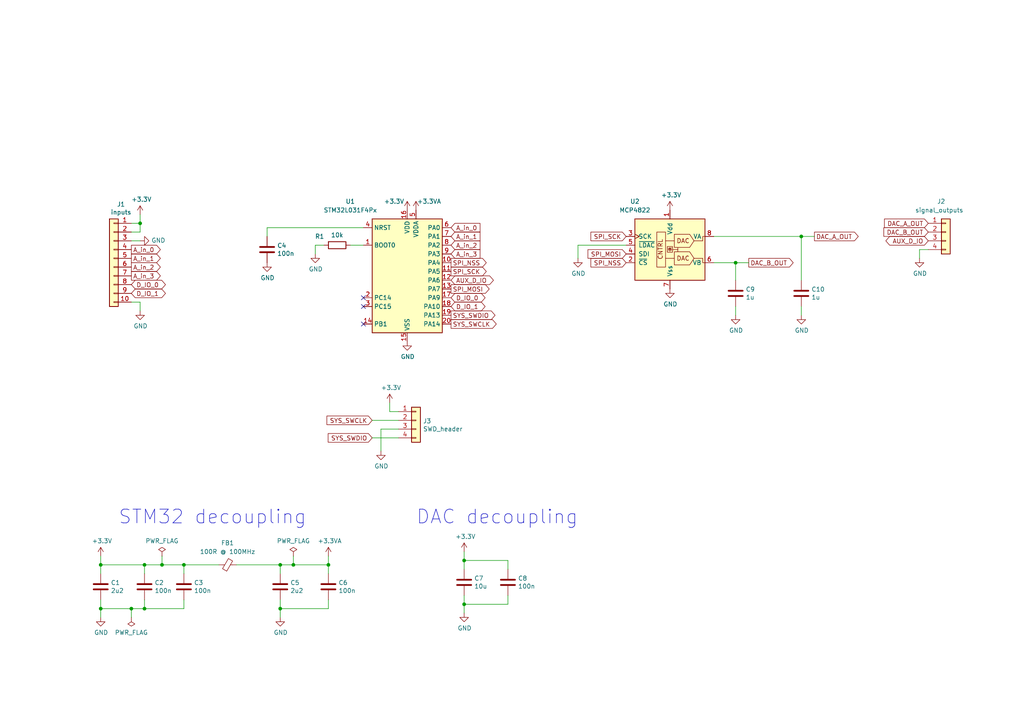
<source format=kicad_sch>
(kicad_sch (version 20211123) (generator eeschema)
  (paper "A4")
  (title_block (title "STM32L0 Modulation Source") (date "2022-01-15") (rev "0.1") (comment 1 "creativecommons.org/licences/by/4.0/") (comment 2 "Licence: CC by 4.0") (comment 3 "Author: Jordan Aceto"))
  (lib_symbols
    (symbol "Analog_DAC:MCP4822" (pin_names (offset 1.016))
      (property "Reference" "U" (at -2.54 10.795 0))
      (property "Value" "MCP4822" (at -2.54 8.89 0))
      (symbol "MCP4822_0_0"
        (polyline (pts (xy 0 -1.778) (xy 0 -0.635)))
        (polyline (pts (xy 0.381 -0.889) (xy 0.508 -0.762)))
        (polyline (pts (xy 2.286 -1.143) (xy 2.286 -1.905)))
        (polyline (pts (xy 0.381 -0.889) (xy -0.381 -0.889) (xy -0.508 -1.016)))
        (polyline (pts (xy 0.762 -1.27) (xy 2.286 -1.27) (xy 2.286 -0.762)))
        (polyline (pts (xy 0 -0.889) (xy 0.508 -1.397) (xy -0.508 -1.397) (xy 0 -0.889)))
        (polyline (pts (xy 6.985 -3.81) (xy 9.525 -3.81) (xy 9.525 -5.08) (xy 10.16 -5.08)))
        (polyline (pts (xy 6.985 1.27) (xy 9.525 1.27) (xy 9.525 2.54) (xy 10.16 2.54)))
        (rectangle (start 0.762 -0.381) (end -0.762 -2.032))
        (text "CNTRL" (at -2.032 -4.191 900) (effects (font (size 1.27 1.27)) (justify left bottom)))
        (text "DAC" (at 3.81 -3.81 0) (effects (font (size 1.27 1.27))))
        (text "DAC" (at 3.81 1.27 0) (effects (font (size 1.27 1.27))))
      )
      (symbol "MCP4822_0_1"
        (rectangle (start -10.16 7.62) (end 10.16 -10.16) (stroke (width 0.254)) (fill (type background)))
        (rectangle (start -1.27 -6.35) (end -3.81 3.81))
        (polyline (pts (xy 1.27 -3.81) (xy -1.27 -3.81)))
        (polyline (pts (xy 1.27 1.27) (xy -1.27 1.27)))
        (polyline (pts (xy 6.985 -3.81) (xy 5.715 -1.905) (xy 1.27 -1.905) (xy 1.27 -5.715) (xy 5.715 -5.715) (xy 6.985 -3.81)))
        (polyline (pts (xy 6.985 1.27) (xy 5.715 3.175) (xy 1.27 3.175) (xy 1.27 -0.635) (xy 5.715 -0.635) (xy 6.985 1.27)))
      )
      (symbol "MCP4822_1_1"
        (pin power_in line (at 0 10.16 270) (length 2.54) (name "Vdd") (number "1"))
        (pin input line (at -12.7 -5.08 0) (length 2.54) (name "~{CS}") (number "2"))
        (pin input clock (at -12.7 2.54 0) (length 2.54) (name "SCK") (number "3"))
        (pin input line (at -12.7 -2.54 0) (length 2.54) (name "SDI") (number "4"))
        (pin input line (at -12.7 0 0) (length 2.54) (name "~{LDAC}") (number "5"))
        (pin output line (at 12.7 -5.08 180) (length 2.54) (name "VB") (number "6"))
        (pin power_in line (at 0 -12.7 90) (length 2.54) (name "Vss") (number "7"))
        (pin output line (at 12.7 2.54 180) (length 2.54) (name "VA") (number "8"))
      )
    )
    (symbol "Connector_Generic:Conn_01x04" (pin_names (offset 1.016) hide)
      (property "Reference" "J" (at 0 5.08 0))
      (property "Value" "Conn_01x04" (at 0 -7.62 0))
      (symbol "Conn_01x04_1_1"
        (rectangle (start -1.27 -4.953) (end 0 -5.207) (stroke (width 0.1524)))
        (rectangle (start -1.27 -2.413) (end 0 -2.667) (stroke (width 0.1524)))
        (rectangle (start -1.27 0.127) (end 0 -0.127) (stroke (width 0.1524)))
        (rectangle (start -1.27 2.667) (end 0 2.413) (stroke (width 0.1524)))
        (rectangle (start -1.27 3.81) (end 1.27 -6.35) (stroke (width 0.254)) (fill (type background)))
        (pin passive line (at -5.08 2.54 0) (length 3.81) (name "Pin_1") (number "1"))
        (pin passive line (at -5.08 0 0) (length 3.81) (name "Pin_2") (number "2"))
        (pin passive line (at -5.08 -2.54 0) (length 3.81) (name "Pin_3") (number "3"))
        (pin passive line (at -5.08 -5.08 0) (length 3.81) (name "Pin_4") (number "4"))
      )
    )
    (symbol "Connector_Generic:Conn_01x10" (pin_names (offset 1.016) hide)
      (property "Reference" "J" (at 0 12.7 0))
      (property "Value" "Conn_01x10" (at 0 -15.24 0))
      (symbol "Conn_01x10_1_1"
        (rectangle (start -1.27 -12.573) (end 0 -12.827) (stroke (width 0.1524)))
        (rectangle (start -1.27 -10.033) (end 0 -10.287) (stroke (width 0.1524)))
        (rectangle (start -1.27 -7.493) (end 0 -7.747) (stroke (width 0.1524)))
        (rectangle (start -1.27 -4.953) (end 0 -5.207) (stroke (width 0.1524)))
        (rectangle (start -1.27 -2.413) (end 0 -2.667) (stroke (width 0.1524)))
        (rectangle (start -1.27 0.127) (end 0 -0.127) (stroke (width 0.1524)))
        (rectangle (start -1.27 2.667) (end 0 2.413) (stroke (width 0.1524)))
        (rectangle (start -1.27 5.207) (end 0 4.953) (stroke (width 0.1524)))
        (rectangle (start -1.27 7.747) (end 0 7.493) (stroke (width 0.1524)))
        (rectangle (start -1.27 10.287) (end 0 10.033) (stroke (width 0.1524)))
        (rectangle (start -1.27 11.43) (end 1.27 -13.97) (stroke (width 0.254)) (fill (type background)))
        (pin passive line (at -5.08 10.16 0) (length 3.81) (name "Pin_1") (number "1"))
        (pin passive line (at -5.08 -12.7 0) (length 3.81) (name "Pin_10") (number "10"))
        (pin passive line (at -5.08 7.62 0) (length 3.81) (name "Pin_2") (number "2"))
        (pin passive line (at -5.08 5.08 0) (length 3.81) (name "Pin_3") (number "3"))
        (pin passive line (at -5.08 2.54 0) (length 3.81) (name "Pin_4") (number "4"))
        (pin passive line (at -5.08 0 0) (length 3.81) (name "Pin_5") (number "5"))
        (pin passive line (at -5.08 -2.54 0) (length 3.81) (name "Pin_6") (number "6"))
        (pin passive line (at -5.08 -5.08 0) (length 3.81) (name "Pin_7") (number "7"))
        (pin passive line (at -5.08 -7.62 0) (length 3.81) (name "Pin_8") (number "8"))
        (pin passive line (at -5.08 -10.16 0) (length 3.81) (name "Pin_9") (number "9"))
      )
    )
    (symbol "Device:C" (pin_numbers hide) (pin_names (offset 0.254))
      (property "Reference" "C" (at 0.635 2.54 0))
      (property "Value" "C" (at 0.635 -2.54 0))
      (symbol "C_0_1"
        (polyline (pts (xy -2.032 -0.762) (xy 2.032 -0.762)) (stroke (width 0.508)))
        (polyline (pts (xy -2.032 0.762) (xy 2.032 0.762)) (stroke (width 0.508)))
      )
      (symbol "C_1_1"
        (pin passive line (at 0 3.81 270) (length 2.794) (name "~") (number "1"))
        (pin passive line (at 0 -3.81 90) (length 2.794) (name "~") (number "2"))
      )
    )
    (symbol "Device:FerriteBead_Small" (pin_numbers hide) (pin_names (offset 0))
      (property "Reference" "FB" (at 1.905 1.27 0))
      (property "Value" "FerriteBead_Small" (at 1.905 -1.27 0))
      (symbol "FerriteBead_Small_0_1"
        (polyline (pts (xy 0 -1.27) (xy 0 -0.7874)))
        (polyline (pts (xy 0 0.889) (xy 0 1.2954)))
        (polyline (pts (xy -1.8288 0.2794) (xy -1.1176 1.4986) (xy 1.8288 -0.2032) (xy 1.1176 -1.4224) (xy -1.8288 0.2794)))
      )
      (symbol "FerriteBead_Small_1_1"
        (pin passive line (at 0 2.54 270) (length 1.27) (name "~") (number "1"))
        (pin passive line (at 0 -2.54 90) (length 1.27) (name "~") (number "2"))
      )
    )
    (symbol "Device:R" (pin_numbers hide) (pin_names (offset 0))
      (property "Reference" "R" (at 2.032 0 90))
      (property "Value" "R" (at 0 0 90))
      (symbol "R_0_1"
        (rectangle (start -1.016 -2.54) (end 1.016 2.54) (stroke (width 0.254)))
      )
      (symbol "R_1_1"
        (pin passive line (at 0 3.81 270) (length 1.27) (name "~") (number "1"))
        (pin passive line (at 0 -3.81 90) (length 1.27) (name "~") (number "2"))
      )
    )
    (symbol "MCU_ST_STM32L0:STM32L031F4Px"
      (property "Reference" "U" (at -10.16 16.51 0))
      (property "Value" "STM32L031F4Px" (at 5.08 16.51 0))
      (symbol "STM32L031F4Px_0_1"
        (rectangle (start -10.16 -17.78) (end 10.16 15.24) (stroke (width 0.254)) (fill (type background)))
      )
      (symbol "STM32L031F4Px_1_1"
        (pin input line (at -12.7 7.62 0) (length 2.54) (name "BOOT0") (number "1"))
        (pin bidirectional line (at 12.7 2.54 180) (length 2.54) (name "PA4") (number "10"))
        (pin bidirectional line (at 12.7 0 180) (length 2.54) (name "PA5") (number "11"))
        (pin bidirectional line (at 12.7 -2.54 180) (length 2.54) (name "PA6") (number "12"))
        (pin bidirectional line (at 12.7 -5.08 180) (length 2.54) (name "PA7") (number "13"))
        (pin bidirectional line (at -12.7 -15.24 0) (length 2.54) (name "PB1") (number "14"))
        (pin power_in line (at 0 -20.32 90) (length 2.54) (name "VSS") (number "15"))
        (pin power_in line (at 0 17.78 270) (length 2.54) (name "VDD") (number "16"))
        (pin bidirectional line (at 12.7 -7.62 180) (length 2.54) (name "PA9") (number "17"))
        (pin bidirectional line (at 12.7 -10.16 180) (length 2.54) (name "PA10") (number "18"))
        (pin bidirectional line (at 12.7 -12.7 180) (length 2.54) (name "PA13") (number "19"))
        (pin bidirectional line (at -12.7 -7.62 0) (length 2.54) (name "PC14") (number "2"))
        (pin bidirectional line (at 12.7 -15.24 180) (length 2.54) (name "PA14") (number "20"))
        (pin bidirectional line (at -12.7 -10.16 0) (length 2.54) (name "PC15") (number "3"))
        (pin input line (at -12.7 12.7 0) (length 2.54) (name "NRST") (number "4"))
        (pin power_in line (at 2.54 17.78 270) (length 2.54) (name "VDDA") (number "5"))
        (pin bidirectional line (at 12.7 12.7 180) (length 2.54) (name "PA0") (number "6"))
        (pin bidirectional line (at 12.7 10.16 180) (length 2.54) (name "PA1") (number "7"))
        (pin bidirectional line (at 12.7 7.62 180) (length 2.54) (name "PA2") (number "8"))
        (pin bidirectional line (at 12.7 5.08 180) (length 2.54) (name "PA3") (number "9"))
      )
    )
    (symbol "power:+3.3V" (power) (pin_names (offset 0))
      (property "Value" "+3.3V" (at 0 3.556 0))
      (symbol "+3.3V_0_1"
        (polyline (pts (xy -0.762 1.27) (xy 0 2.54)))
        (polyline (pts (xy 0 0) (xy 0 2.54)))
        (polyline (pts (xy 0 2.54) (xy 0.762 1.27)))
      )
      (symbol "+3.3V_1_1"
        (pin power_in line (at 0 0 90) (length 0) hide (name "+3.3V") (number "1"))
      )
    )
    (symbol "power:+3.3VA" (power) (pin_names (offset 0))
      (property "Value" "+3.3VA" (at 0 3.556 0))
      (symbol "+3.3VA_0_1"
        (polyline (pts (xy -0.762 1.27) (xy 0 2.54)))
        (polyline (pts (xy 0 0) (xy 0 2.54)))
        (polyline (pts (xy 0 2.54) (xy 0.762 1.27)))
      )
      (symbol "+3.3VA_1_1"
        (pin power_in line (at 0 0 90) (length 0) hide (name "+3.3VA") (number "1"))
      )
    )
    (symbol "power:GND" (power) (pin_names (offset 0))
      (property "Value" "GND" (at 0 -3.81 0))
      (symbol "GND_0_1"
        (polyline (pts (xy 0 0) (xy 0 -1.27) (xy 1.27 -1.27) (xy 0 -2.54) (xy -1.27 -1.27) (xy 0 -1.27)))
      )
      (symbol "GND_1_1"
        (pin power_in line (at 0 0 270) (length 0) hide (name "GND") (number "1"))
      )
    )
    (symbol "power:PWR_FLAG" (power) (pin_numbers hide) (pin_names (offset 0) hide)
      (property "Value" "PWR_FLAG" (at 0 3.81 0))
      (symbol "PWR_FLAG_0_0"
        (pin power_out line (at 0 0 90) (length 0) (name "pwr") (number "1"))
      )
      (symbol "PWR_FLAG_0_1"
        (polyline (pts (xy 0 0) (xy 0 1.27) (xy -1.016 1.905) (xy 0 2.54) (xy 1.016 1.905) (xy 0 1.27)))
      )
    )
  )
  (junction (at 41.91 176.53))
  (junction (at 29.21 176.53))
  (junction (at 95.25 163.83))
  (junction (at 81.28 176.53))
  (junction (at 134.62 162.56))
  (junction (at 46.99 163.83))
  (junction (at 38.1 176.53))
  (junction (at 41.91 163.83))
  (junction (at 213.36 76.2))
  (junction (at 85.09 163.83))
  (junction (at 81.28 163.83))
  (junction (at 232.41 68.58))
  (junction (at 134.62 175.26))
  (junction (at 40.64 64.77))
  (junction (at 29.21 163.83))
  (junction (at 53.34 163.83))
  (no_connect (at 105.41 88.9))
  (no_connect (at 105.41 86.36))
  (no_connect (at 105.41 93.98))
  (wire (pts (xy 95.25 161.29) (xy 95.25 163.83)))
  (wire (pts (xy 81.28 176.53) (xy 81.28 179.07)))
  (wire (pts (xy 213.36 76.2) (xy 217.17 76.2)))
  (wire (pts (xy 81.28 163.83) (xy 85.09 163.83)))
  (wire (pts (xy 40.64 67.31) (xy 40.64 64.77)))
  (wire (pts (xy 232.41 91.44) (xy 232.41 88.9)))
  (wire (pts (xy 213.36 76.2) (xy 207.01 76.2)))
  (wire (pts (xy 40.64 64.77) (xy 38.1 64.77)))
  (wire (pts (xy 29.21 179.07) (xy 29.21 176.53)))
  (wire (pts (xy 107.95 127) (xy 115.57 127)))
  (wire (pts (xy 147.32 165.1) (xy 147.32 162.56)))
  (wire (pts (xy 134.62 162.56) (xy 134.62 165.1)))
  (wire (pts (xy 46.99 163.83) (xy 53.34 163.83)))
  (wire (pts (xy 95.25 173.99) (xy 95.25 176.53)))
  (wire (pts (xy 101.6 71.12) (xy 105.41 71.12)))
  (wire (pts (xy 213.36 81.28) (xy 213.36 76.2)))
  (wire (pts (xy 40.64 69.85) (xy 38.1 69.85)))
  (wire (pts (xy 113.03 119.38) (xy 115.57 119.38)))
  (wire (pts (xy 232.41 81.28) (xy 232.41 68.58)))
  (wire (pts (xy 85.09 163.83) (xy 95.25 163.83)))
  (wire (pts (xy 81.28 176.53) (xy 81.28 173.99)))
  (wire (pts (xy 134.62 172.72) (xy 134.62 175.26)))
  (wire (pts (xy 147.32 162.56) (xy 134.62 162.56)))
  (wire (pts (xy 134.62 175.26) (xy 147.32 175.26)))
  (wire (pts (xy 95.25 166.37) (xy 95.25 163.83)))
  (wire (pts (xy 29.21 176.53) (xy 38.1 176.53)))
  (wire (pts (xy 91.44 71.12) (xy 93.98 71.12)))
  (wire (pts (xy 110.49 124.46) (xy 115.57 124.46)))
  (wire (pts (xy 29.21 161.29) (xy 29.21 163.83)))
  (wire (pts (xy 95.25 176.53) (xy 81.28 176.53)))
  (wire (pts (xy 38.1 67.31) (xy 40.64 67.31)))
  (wire (pts (xy 266.7 72.39) (xy 269.24 72.39)))
  (wire (pts (xy 41.91 173.99) (xy 41.91 176.53)))
  (wire (pts (xy 213.36 91.44) (xy 213.36 88.9)))
  (wire (pts (xy 91.44 73.66) (xy 91.44 71.12)))
  (wire (pts (xy 134.62 177.8) (xy 134.62 175.26)))
  (wire (pts (xy 113.03 116.84) (xy 113.03 119.38)))
  (wire (pts (xy 68.58 163.83) (xy 81.28 163.83)))
  (wire (pts (xy 40.64 90.17) (xy 40.64 87.63)))
  (wire (pts (xy 107.95 121.92) (xy 115.57 121.92)))
  (wire (pts (xy 40.64 87.63) (xy 38.1 87.63)))
  (wire (pts (xy 266.7 74.93) (xy 266.7 72.39)))
  (wire (pts (xy 29.21 163.83) (xy 29.21 166.37)))
  (wire (pts (xy 38.1 179.07) (xy 38.1 176.53)))
  (wire (pts (xy 53.34 173.99) (xy 53.34 176.53)))
  (wire (pts (xy 41.91 163.83) (xy 46.99 163.83)))
  (wire (pts (xy 81.28 163.83) (xy 81.28 166.37)))
  (wire (pts (xy 110.49 130.81) (xy 110.49 124.46)))
  (wire (pts (xy 167.64 71.12) (xy 181.61 71.12)))
  (wire (pts (xy 232.41 68.58) (xy 207.01 68.58)))
  (wire (pts (xy 147.32 172.72) (xy 147.32 175.26)))
  (wire (pts (xy 77.47 68.58) (xy 77.47 66.04)))
  (wire (pts (xy 53.34 166.37) (xy 53.34 163.83)))
  (wire (pts (xy 40.64 62.23) (xy 40.64 64.77)))
  (wire (pts (xy 134.62 160.02) (xy 134.62 162.56)))
  (wire (pts (xy 41.91 176.53) (xy 53.34 176.53)))
  (wire (pts (xy 167.64 74.93) (xy 167.64 71.12)))
  (wire (pts (xy 85.09 161.29) (xy 85.09 163.83)))
  (wire (pts (xy 38.1 176.53) (xy 41.91 176.53)))
  (wire (pts (xy 41.91 166.37) (xy 41.91 163.83)))
  (wire (pts (xy 46.99 161.29) (xy 46.99 163.83)))
  (wire (pts (xy 41.91 163.83) (xy 29.21 163.83)))
  (wire (pts (xy 232.41 68.58) (xy 236.22 68.58)))
  (wire (pts (xy 63.5 163.83) (xy 53.34 163.83)))
  (wire (pts (xy 77.47 66.04) (xy 105.41 66.04)))
  (wire (pts (xy 29.21 173.99) (xy 29.21 176.53)))
  (text "STM32 decoupling" (at 34.29 152.4 0) (effects (font (size 3.9878 3.9878)) (justify left bottom)))
  (text "DAC decoupling" (at 120.65 152.4 0) (effects (font (size 3.9878 3.9878)) (justify left bottom)))
  (global_label "DAC_A_OUT" (shape output) (at 236.22 68.58 0) (property "Intersheet References" "${INTERSHEET_REFS}" (effects hide)))
  (global_label "AUX_D_IO" (shape bidirectional) (at 269.24 69.85 180) (property "Intersheet References" "${INTERSHEET_REFS}" (effects hide)))
  (global_label "A_in_0" (shape output) (at 38.1 72.39 0) (property "Intersheet References" "${INTERSHEET_REFS}" (effects hide)))
  (global_label "SPI_MOSI" (shape input) (at 181.61 73.66 180) (property "Intersheet References" "${INTERSHEET_REFS}" (effects hide)))
  (global_label "SYS_SWDIO" (shape input) (at 107.95 127 180) (property "Intersheet References" "${INTERSHEET_REFS}" (effects hide)))
  (global_label "A_in_2" (shape input) (at 130.81 71.12 0) (property "Intersheet References" "${INTERSHEET_REFS}" (effects hide)))
  (global_label "D_IO_0" (shape bidirectional) (at 38.1 82.55 0) (property "Intersheet References" "${INTERSHEET_REFS}" (effects hide)))
  (global_label "SYS_SWCLK" (shape output) (at 130.81 93.98 0) (property "Intersheet References" "${INTERSHEET_REFS}" (effects hide)))
  (global_label "DAC_B_OUT" (shape output) (at 217.17 76.2 0) (property "Intersheet References" "${INTERSHEET_REFS}" (effects hide)))
  (global_label "SYS_SWDIO" (shape output) (at 130.81 91.44 0) (property "Intersheet References" "${INTERSHEET_REFS}" (effects hide)))
  (global_label "D_IO_1" (shape bidirectional) (at 130.81 88.9 0) (property "Intersheet References" "${INTERSHEET_REFS}" (effects hide)))
  (global_label "SPI_SCK" (shape output) (at 130.81 78.74 0) (property "Intersheet References" "${INTERSHEET_REFS}" (effects hide)))
  (global_label "SPI_NSS" (shape output) (at 130.81 76.2 0) (property "Intersheet References" "${INTERSHEET_REFS}" (effects hide)))
  (global_label "AUX_D_IO" (shape bidirectional) (at 130.81 81.28 0) (property "Intersheet References" "${INTERSHEET_REFS}" (effects hide)))
  (global_label "SPI_MOSI" (shape output) (at 130.81 83.82 0) (property "Intersheet References" "${INTERSHEET_REFS}" (effects hide)))
  (global_label "A_in_3" (shape input) (at 130.81 73.66 0) (property "Intersheet References" "${INTERSHEET_REFS}" (effects hide)))
  (global_label "DAC_A_OUT" (shape input) (at 269.24 64.77 180) (property "Intersheet References" "${INTERSHEET_REFS}" (effects hide)))
  (global_label "A_in_3" (shape output) (at 38.1 80.01 0) (property "Intersheet References" "${INTERSHEET_REFS}" (effects hide)))
  (global_label "D_IO_1" (shape bidirectional) (at 38.1 85.09 0) (property "Intersheet References" "${INTERSHEET_REFS}" (effects hide)))
  (global_label "SYS_SWCLK" (shape input) (at 107.95 121.92 180) (property "Intersheet References" "${INTERSHEET_REFS}" (effects hide)))
  (global_label "DAC_B_OUT" (shape input) (at 269.24 67.31 180) (property "Intersheet References" "${INTERSHEET_REFS}" (effects hide)))
  (global_label "A_in_1" (shape input) (at 130.81 68.58 0) (property "Intersheet References" "${INTERSHEET_REFS}" (effects hide)))
  (global_label "A_in_0" (shape input) (at 130.81 66.04 0) (property "Intersheet References" "${INTERSHEET_REFS}" (effects hide)))
  (global_label "SPI_SCK" (shape input) (at 181.61 68.58 180) (property "Intersheet References" "${INTERSHEET_REFS}" (effects hide)))
  (global_label "SPI_NSS" (shape input) (at 181.61 76.2 180) (property "Intersheet References" "${INTERSHEET_REFS}" (effects hide)))
  (global_label "A_in_2" (shape output) (at 38.1 77.47 0) (property "Intersheet References" "${INTERSHEET_REFS}" (effects hide)))
  (global_label "A_in_1" (shape output) (at 38.1 74.93 0) (property "Intersheet References" "${INTERSHEET_REFS}" (effects hide)))
  (global_label "D_IO_0" (shape bidirectional) (at 130.81 86.36 0) (property "Intersheet References" "${INTERSHEET_REFS}" (effects hide)))
  (symbol (lib_id "Connector_Generic:Conn_01x04") (at 274.32 67.31 0) (unit 1)
    (property "Reference" "J2" (at 271.78 58.42 0) (effects (justify left)))
    (property "Value" "signal_outputs" (at 265.43 60.96 0) (effects (justify left)))
    (property "Footprint" "Connector_PinHeader_2.54mm:PinHeader_1x04_P2.54mm_Vertical" (effects hide))
  )
  (symbol (lib_id "power:GND") (at 40.64 90.17 0) (unit 1)
    (property "Reference" "#PWR01" (effects hide))
    (property "Value" "GND" (at 40.767 94.5642 0))
  )
  (symbol (lib_id "power:GND") (at 266.7 74.93 0) (unit 1)
    (property "Reference" "#PWR02" (effects hide))
    (property "Value" "GND" (at 266.827 79.3242 0))
  )
  (symbol (lib_id "MCU_ST_STM32L0:STM32L031F4Px") (at 118.11 78.74 0) (unit 1)
    (property "Reference" "U1" (at 101.6 58.42 0))
    (property "Value" "STM32L031F4Px" (at 101.6 60.96 0))
    (property "Footprint" "Package_SO:TSSOP-20_4.4x6.5mm_P0.65mm" (effects hide))
    (property "Datasheet" "http://www.st.com/st-web-ui/static/active/en/resource/technical/document/datasheet/DM00140359.pdf" (effects hide))
  )
  (symbol (lib_id "power:GND") (at 118.11 99.06 0) (unit 1)
    (property "Reference" "#PWR012" (effects hide))
    (property "Value" "GND" (at 118.237 103.4542 0))
  )
  (symbol (lib_id "power:+3.3V") (at 118.11 60.96 0) (unit 1)
    (property "Reference" "#PWR011" (effects hide))
    (property "Value" "+3.3V" (at 114.3 58.42 0))
  )
  (symbol (lib_id "power:+3.3VA") (at 120.65 60.96 0) (unit 1)
    (property "Reference" "#PWR013" (effects hide))
    (property "Value" "+3.3VA" (at 124.46 58.42 0))
  )
  (symbol (lib_id "Device:R") (at 97.79 71.12 270) (unit 1)
    (property "Reference" "R1" (at 92.71 68.58 90))
    (property "Value" "10k" (at 97.79 68.1736 90))
    (property "Footprint" "Resistor_SMD:R_0603_1608Metric" (effects hide))
  )
  (symbol (lib_id "power:GND") (at 91.44 73.66 0) (unit 1)
    (property "Reference" "#PWR07" (effects hide))
    (property "Value" "GND" (at 91.567 78.0542 0))
  )
  (symbol (lib_id "Device:C") (at 77.47 72.39 0) (unit 1)
    (property "Reference" "C4" (at 80.391 71.2216 0) (effects (justify left)))
    (property "Value" "100n" (at 80.391 73.533 0) (effects (justify left)))
    (property "Footprint" "Capacitor_SMD:C_0603_1608Metric" (effects hide))
  )
  (symbol (lib_id "power:GND") (at 77.47 76.2 0) (unit 1)
    (property "Reference" "#PWR05" (effects hide))
    (property "Value" "GND" (at 77.597 80.5942 0))
  )
  (symbol (lib_id "power:GND") (at 110.49 130.81 0) (unit 1)
    (property "Reference" "#PWR09" (effects hide))
    (property "Value" "GND" (at 110.617 135.2042 0))
  )
  (symbol (lib_id "power:+3.3V") (at 113.03 116.84 0) (unit 1)
    (property "Reference" "#PWR010" (effects hide))
    (property "Value" "+3.3V" (at 113.411 112.4458 0))
  )
  (symbol (lib_id "Connector_Generic:Conn_01x04") (at 120.65 121.92 0) (unit 1)
    (property "Reference" "J3" (at 122.682 122.1232 0) (effects (justify left)))
    (property "Value" "SWD_header" (at 122.682 124.4346 0) (effects (justify left)))
    (property "Footprint" "Connector_PinHeader_2.54mm:PinHeader_1x04_P2.54mm_Vertical" (effects hide))
  )
  (symbol (lib_id "Analog_DAC:MCP4822") (at 194.31 71.12 0) (unit 1)
    (property "Reference" "U2" (at 184.15 58.42 0))
    (property "Value" "MCP4822" (at 184.15 60.96 0))
    (property "Footprint" "Package_SO:MSOP-8_3x3mm_P0.65mm" (effects hide))
    (property "Datasheet" "http://ww1.microchip.com/downloads/en/DeviceDoc/20002249B.pdf" (effects hide))
  )
  (symbol (lib_id "power:GND") (at 194.31 83.82 0) (unit 1)
    (property "Reference" "#PWR018" (effects hide))
    (property "Value" "GND" (at 194.437 88.2142 0))
  )
  (symbol (lib_id "power:GND") (at 167.64 74.93 0) (unit 1)
    (property "Reference" "#PWR016" (effects hide))
    (property "Value" "GND" (at 167.767 79.3242 0))
  )
  (symbol (lib_id "power:+3.3V") (at 194.31 60.96 0) (unit 1)
    (property "Reference" "#PWR017" (effects hide))
    (property "Value" "+3.3V" (at 194.691 56.5658 0))
  )
  (symbol (lib_id "Device:C") (at 81.28 170.18 0) (unit 1)
    (property "Reference" "C5" (at 84.201 169.0116 0) (effects (justify left)))
    (property "Value" "2u2" (at 84.201 171.323 0) (effects (justify left)))
    (property "Footprint" "Capacitor_SMD:C_0805_2012Metric" (effects hide))
  )
  (symbol (lib_id "power:GND") (at 81.28 179.07 0) (unit 1)
    (property "Reference" "#PWR06" (effects hide))
    (property "Value" "GND" (at 81.407 183.4642 0))
  )
  (symbol (lib_id "Device:C") (at 29.21 170.18 0) (unit 1)
    (property "Reference" "C1" (at 32.131 169.0116 0) (effects (justify left)))
    (property "Value" "2u2" (at 32.131 171.323 0) (effects (justify left)))
    (property "Footprint" "Capacitor_SMD:C_0805_2012Metric" (effects hide))
  )
  (symbol (lib_id "Device:C") (at 41.91 170.18 0) (unit 1)
    (property "Reference" "C2" (at 44.831 169.0116 0) (effects (justify left)))
    (property "Value" "100n" (at 44.831 171.323 0) (effects (justify left)))
    (property "Footprint" "Capacitor_SMD:C_0603_1608Metric" (effects hide))
  )
  (symbol (lib_id "Device:C") (at 53.34 170.18 0) (unit 1)
    (property "Reference" "C3" (at 56.261 169.0116 0) (effects (justify left)))
    (property "Value" "100n" (at 56.261 171.323 0) (effects (justify left)))
    (property "Footprint" "Capacitor_SMD:C_0603_1608Metric" (effects hide))
  )
  (symbol (lib_id "power:+3.3V") (at 29.21 161.29 0) (unit 1)
    (property "Reference" "#PWR03" (effects hide))
    (property "Value" "+3.3V" (at 29.591 156.8958 0))
  )
  (symbol (lib_id "power:GND") (at 29.21 179.07 0) (unit 1)
    (property "Reference" "#PWR04" (effects hide))
    (property "Value" "GND" (at 29.337 183.4642 0))
  )
  (symbol (lib_id "Device:C") (at 95.25 170.18 0) (unit 1)
    (property "Reference" "C6" (at 98.171 169.0116 0) (effects (justify left)))
    (property "Value" "100n" (at 98.171 171.323 0) (effects (justify left)))
    (property "Footprint" "Capacitor_SMD:C_0603_1608Metric" (effects hide))
  )
  (symbol (lib_id "power:PWR_FLAG") (at 85.09 161.29 0) (unit 1)
    (property "Reference" "#FLG01" (effects hide))
    (property "Value" "PWR_FLAG" (at 85.09 156.8958 0))
  )
  (symbol (lib_id "power:+3.3VA") (at 95.25 161.29 0) (unit 1)
    (property "Reference" "#PWR08" (effects hide))
    (property "Value" "+3.3VA" (at 95.631 156.8958 0))
  )
  (symbol (lib_id "Device:C") (at 213.36 85.09 0) (unit 1)
    (property "Reference" "C9" (at 216.281 83.9216 0) (effects (justify left)))
    (property "Value" "1u" (at 216.281 86.233 0) (effects (justify left)))
    (property "Footprint" "Capacitor_SMD:C_0805_2012Metric" (effects hide))
  )
  (symbol (lib_id "Device:C") (at 232.41 85.09 0) (unit 1)
    (property "Reference" "C10" (at 235.331 83.9216 0) (effects (justify left)))
    (property "Value" "1u" (at 235.331 86.233 0) (effects (justify left)))
    (property "Footprint" "Capacitor_SMD:C_0805_2012Metric" (effects hide))
  )
  (symbol (lib_id "power:GND") (at 213.36 91.44 0) (unit 1)
    (property "Reference" "#PWR019" (effects hide))
    (property "Value" "GND" (at 213.487 95.8342 0))
  )
  (symbol (lib_id "power:GND") (at 232.41 91.44 0) (unit 1)
    (property "Reference" "#PWR020" (effects hide))
    (property "Value" "GND" (at 232.537 95.8342 0))
  )
  (symbol (lib_id "Device:C") (at 134.62 168.91 0) (unit 1)
    (property "Reference" "C7" (at 137.541 167.7416 0) (effects (justify left)))
    (property "Value" "10u" (at 137.541 170.053 0) (effects (justify left)))
    (property "Footprint" "Capacitor_SMD:C_0805_2012Metric" (effects hide))
  )
  (symbol (lib_id "Device:C") (at 147.32 168.91 0) (unit 1)
    (property "Reference" "C8" (at 150.241 167.7416 0) (effects (justify left)))
    (property "Value" "100n" (at 150.241 170.053 0) (effects (justify left)))
    (property "Footprint" "Capacitor_SMD:C_0603_1608Metric" (effects hide))
  )
  (symbol (lib_id "power:+3.3V") (at 134.62 160.02 0) (unit 1)
    (property "Reference" "#PWR014" (effects hide))
    (property "Value" "+3.3V" (at 135.001 155.6258 0))
  )
  (symbol (lib_id "power:GND") (at 134.62 177.8 0) (unit 1)
    (property "Reference" "#PWR015" (effects hide))
    (property "Value" "GND" (at 134.747 182.1942 0))
  )
  (symbol (lib_id "power:+3.3V") (at 40.64 62.23 0) (unit 1)
    (property "Reference" "#PWR0101" (effects hide))
    (property "Value" "+3.3V" (at 41.021 57.8358 0))
  )
  (symbol (lib_id "power:PWR_FLAG") (at 46.99 161.29 0) (unit 1)
    (property "Reference" "#FLG0101" (effects hide))
    (property "Value" "PWR_FLAG" (at 46.99 156.8958 0))
  )
  (symbol (lib_id "power:PWR_FLAG") (at 38.1 179.07 180) (unit 1)
    (property "Reference" "#FLG0102" (effects hide))
    (property "Value" "PWR_FLAG" (at 38.1 183.4642 0))
  )
  (symbol (lib_id "Connector_Generic:Conn_01x10") (at 33.02 74.93 0) (mirror y) (unit 1)
    (property "Reference" "J1" (at 35.1028 59.2582 0))
    (property "Value" "inputs" (at 35.1028 61.5696 0))
    (property "Footprint" "Connector_PinHeader_2.54mm:PinHeader_1x10_P2.54mm_Vertical" (effects hide))
  )
  (symbol (lib_id "power:GND") (at 40.64 69.85 90) (unit 1)
    (property "Reference" "#PWR0103" (effects hide))
    (property "Value" "GND" (at 43.8912 69.723 90) (effects (justify right)))
  )
  (symbol (lib_id "Device:FerriteBead_Small") (at 66.04 163.83 90) (unit 1)
    (property "Reference" "FB1" (at 66.0019 157.48 90))
    (property "Value" "100R @ 100MHz" (at 66.0019 160.02 90))
    (property "Footprint" "Inductor_SMD:L_0805_2012Metric" (effects hide))
  )
)
</source>
